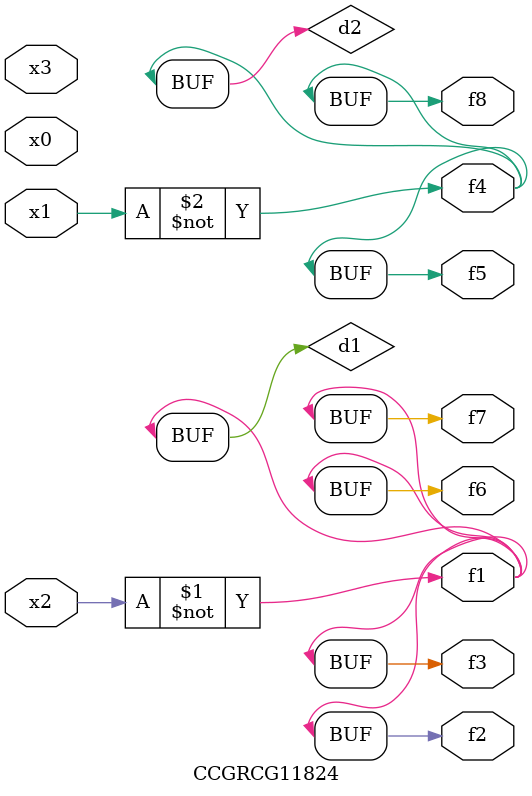
<source format=v>
module CCGRCG11824(
	input x0, x1, x2, x3,
	output f1, f2, f3, f4, f5, f6, f7, f8
);

	wire d1, d2;

	xnor (d1, x2);
	not (d2, x1);
	assign f1 = d1;
	assign f2 = d1;
	assign f3 = d1;
	assign f4 = d2;
	assign f5 = d2;
	assign f6 = d1;
	assign f7 = d1;
	assign f8 = d2;
endmodule

</source>
